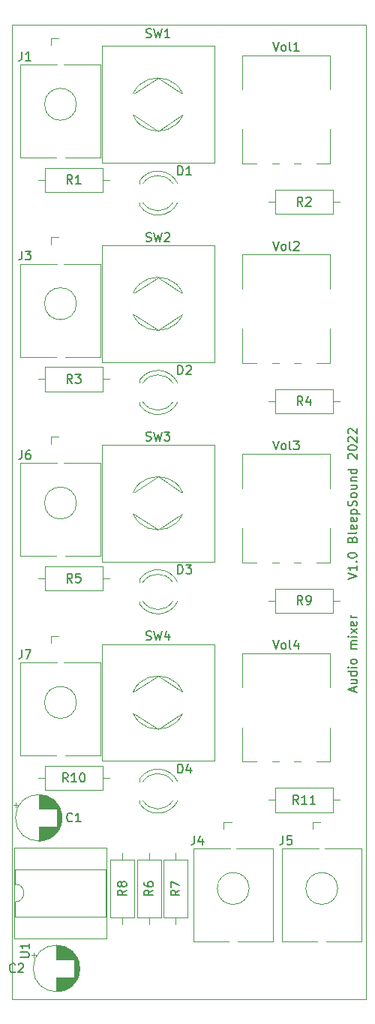
<source format=gto>
G04 #@! TF.GenerationSoftware,KiCad,Pcbnew,(6.0.1)*
G04 #@! TF.CreationDate,2022-09-12T17:39:58+02:00*
G04 #@! TF.ProjectId,Basic-DC-mixer,42617369-632d-4444-932d-6d697865722e,rev?*
G04 #@! TF.SameCoordinates,Original*
G04 #@! TF.FileFunction,Legend,Top*
G04 #@! TF.FilePolarity,Positive*
%FSLAX46Y46*%
G04 Gerber Fmt 4.6, Leading zero omitted, Abs format (unit mm)*
G04 Created by KiCad (PCBNEW (6.0.1)) date 2022-09-12 17:39:58*
%MOMM*%
%LPD*%
G01*
G04 APERTURE LIST*
G04 #@! TA.AperFunction,Profile*
%ADD10C,0.050000*%
G04 #@! TD*
%ADD11C,0.150000*%
%ADD12C,0.120000*%
%ADD13C,4.000000*%
%ADD14C,1.800000*%
%ADD15R,1.600000X1.600000*%
%ADD16C,1.600000*%
%ADD17O,3.700000X2.400000*%
%ADD18O,1.600000X1.600000*%
%ADD19R,1.800000X1.800000*%
%ADD20R,1.930000X1.830000*%
%ADD21C,2.130000*%
%ADD22R,1.700000X1.700000*%
%ADD23O,1.700000X1.700000*%
G04 APERTURE END LIST*
D10*
X69999999Y-31000000D02*
X70000000Y-141000000D01*
X30000000Y-31000000D02*
X30000000Y-141000000D01*
X30000000Y-31000000D02*
X69999999Y-31000000D01*
X30000000Y-141000000D02*
X70000000Y-141000000D01*
D11*
X68666666Y-106261904D02*
X68666666Y-105785714D01*
X68952380Y-106357142D02*
X67952380Y-106023809D01*
X68952380Y-105690476D01*
X68285714Y-104928571D02*
X68952380Y-104928571D01*
X68285714Y-105357142D02*
X68809523Y-105357142D01*
X68904761Y-105309523D01*
X68952380Y-105214285D01*
X68952380Y-105071428D01*
X68904761Y-104976190D01*
X68857142Y-104928571D01*
X68952380Y-104023809D02*
X67952380Y-104023809D01*
X68904761Y-104023809D02*
X68952380Y-104119047D01*
X68952380Y-104309523D01*
X68904761Y-104404761D01*
X68857142Y-104452380D01*
X68761904Y-104500000D01*
X68476190Y-104500000D01*
X68380952Y-104452380D01*
X68333333Y-104404761D01*
X68285714Y-104309523D01*
X68285714Y-104119047D01*
X68333333Y-104023809D01*
X68952380Y-103547619D02*
X68285714Y-103547619D01*
X67952380Y-103547619D02*
X68000000Y-103595238D01*
X68047619Y-103547619D01*
X68000000Y-103500000D01*
X67952380Y-103547619D01*
X68047619Y-103547619D01*
X68952380Y-102928571D02*
X68904761Y-103023809D01*
X68857142Y-103071428D01*
X68761904Y-103119047D01*
X68476190Y-103119047D01*
X68380952Y-103071428D01*
X68333333Y-103023809D01*
X68285714Y-102928571D01*
X68285714Y-102785714D01*
X68333333Y-102690476D01*
X68380952Y-102642857D01*
X68476190Y-102595238D01*
X68761904Y-102595238D01*
X68857142Y-102642857D01*
X68904761Y-102690476D01*
X68952380Y-102785714D01*
X68952380Y-102928571D01*
X68952380Y-101404761D02*
X68285714Y-101404761D01*
X68380952Y-101404761D02*
X68333333Y-101357142D01*
X68285714Y-101261904D01*
X68285714Y-101119047D01*
X68333333Y-101023809D01*
X68428571Y-100976190D01*
X68952380Y-100976190D01*
X68428571Y-100976190D02*
X68333333Y-100928571D01*
X68285714Y-100833333D01*
X68285714Y-100690476D01*
X68333333Y-100595238D01*
X68428571Y-100547619D01*
X68952380Y-100547619D01*
X68952380Y-100071428D02*
X68285714Y-100071428D01*
X67952380Y-100071428D02*
X68000000Y-100119047D01*
X68047619Y-100071428D01*
X68000000Y-100023809D01*
X67952380Y-100071428D01*
X68047619Y-100071428D01*
X68952380Y-99690476D02*
X68285714Y-99166666D01*
X68285714Y-99690476D02*
X68952380Y-99166666D01*
X68904761Y-98404761D02*
X68952380Y-98500000D01*
X68952380Y-98690476D01*
X68904761Y-98785714D01*
X68809523Y-98833333D01*
X68428571Y-98833333D01*
X68333333Y-98785714D01*
X68285714Y-98690476D01*
X68285714Y-98500000D01*
X68333333Y-98404761D01*
X68428571Y-98357142D01*
X68523809Y-98357142D01*
X68619047Y-98833333D01*
X68952380Y-97928571D02*
X68285714Y-97928571D01*
X68476190Y-97928571D02*
X68380952Y-97880952D01*
X68333333Y-97833333D01*
X68285714Y-97738095D01*
X68285714Y-97642857D01*
X67952380Y-93547619D02*
X68952380Y-93214285D01*
X67952380Y-92880952D01*
X68952380Y-92023809D02*
X68952380Y-92595238D01*
X68952380Y-92309523D02*
X67952380Y-92309523D01*
X68095238Y-92404761D01*
X68190476Y-92500000D01*
X68238095Y-92595238D01*
X68857142Y-91595238D02*
X68904761Y-91547619D01*
X68952380Y-91595238D01*
X68904761Y-91642857D01*
X68857142Y-91595238D01*
X68952380Y-91595238D01*
X67952380Y-90928571D02*
X67952380Y-90833333D01*
X68000000Y-90738095D01*
X68047619Y-90690476D01*
X68142857Y-90642857D01*
X68333333Y-90595238D01*
X68571428Y-90595238D01*
X68761904Y-90642857D01*
X68857142Y-90690476D01*
X68904761Y-90738095D01*
X68952380Y-90833333D01*
X68952380Y-90928571D01*
X68904761Y-91023809D01*
X68857142Y-91071428D01*
X68761904Y-91119047D01*
X68571428Y-91166666D01*
X68333333Y-91166666D01*
X68142857Y-91119047D01*
X68047619Y-91071428D01*
X68000000Y-91023809D01*
X67952380Y-90928571D01*
X68428571Y-89071428D02*
X68476190Y-88928571D01*
X68523809Y-88880952D01*
X68619047Y-88833333D01*
X68761904Y-88833333D01*
X68857142Y-88880952D01*
X68904761Y-88928571D01*
X68952380Y-89023809D01*
X68952380Y-89404761D01*
X67952380Y-89404761D01*
X67952380Y-89071428D01*
X68000000Y-88976190D01*
X68047619Y-88928571D01*
X68142857Y-88880952D01*
X68238095Y-88880952D01*
X68333333Y-88928571D01*
X68380952Y-88976190D01*
X68428571Y-89071428D01*
X68428571Y-89404761D01*
X68952380Y-88261904D02*
X68904761Y-88357142D01*
X68809523Y-88404761D01*
X67952380Y-88404761D01*
X68904761Y-87500000D02*
X68952380Y-87595238D01*
X68952380Y-87785714D01*
X68904761Y-87880952D01*
X68809523Y-87928571D01*
X68428571Y-87928571D01*
X68333333Y-87880952D01*
X68285714Y-87785714D01*
X68285714Y-87595238D01*
X68333333Y-87500000D01*
X68428571Y-87452380D01*
X68523809Y-87452380D01*
X68619047Y-87928571D01*
X68904761Y-86642857D02*
X68952380Y-86738095D01*
X68952380Y-86928571D01*
X68904761Y-87023809D01*
X68809523Y-87071428D01*
X68428571Y-87071428D01*
X68333333Y-87023809D01*
X68285714Y-86928571D01*
X68285714Y-86738095D01*
X68333333Y-86642857D01*
X68428571Y-86595238D01*
X68523809Y-86595238D01*
X68619047Y-87071428D01*
X68285714Y-86166666D02*
X69285714Y-86166666D01*
X68333333Y-86166666D02*
X68285714Y-86071428D01*
X68285714Y-85880952D01*
X68333333Y-85785714D01*
X68380952Y-85738095D01*
X68476190Y-85690476D01*
X68761904Y-85690476D01*
X68857142Y-85738095D01*
X68904761Y-85785714D01*
X68952380Y-85880952D01*
X68952380Y-86071428D01*
X68904761Y-86166666D01*
X68904761Y-85309523D02*
X68952380Y-85166666D01*
X68952380Y-84928571D01*
X68904761Y-84833333D01*
X68857142Y-84785714D01*
X68761904Y-84738095D01*
X68666666Y-84738095D01*
X68571428Y-84785714D01*
X68523809Y-84833333D01*
X68476190Y-84928571D01*
X68428571Y-85119047D01*
X68380952Y-85214285D01*
X68333333Y-85261904D01*
X68238095Y-85309523D01*
X68142857Y-85309523D01*
X68047619Y-85261904D01*
X68000000Y-85214285D01*
X67952380Y-85119047D01*
X67952380Y-84880952D01*
X68000000Y-84738095D01*
X68952380Y-84166666D02*
X68904761Y-84261904D01*
X68857142Y-84309523D01*
X68761904Y-84357142D01*
X68476190Y-84357142D01*
X68380952Y-84309523D01*
X68333333Y-84261904D01*
X68285714Y-84166666D01*
X68285714Y-84023809D01*
X68333333Y-83928571D01*
X68380952Y-83880952D01*
X68476190Y-83833333D01*
X68761904Y-83833333D01*
X68857142Y-83880952D01*
X68904761Y-83928571D01*
X68952380Y-84023809D01*
X68952380Y-84166666D01*
X68285714Y-82976190D02*
X68952380Y-82976190D01*
X68285714Y-83404761D02*
X68809523Y-83404761D01*
X68904761Y-83357142D01*
X68952380Y-83261904D01*
X68952380Y-83119047D01*
X68904761Y-83023809D01*
X68857142Y-82976190D01*
X68285714Y-82500000D02*
X68952380Y-82500000D01*
X68380952Y-82500000D02*
X68333333Y-82452380D01*
X68285714Y-82357142D01*
X68285714Y-82214285D01*
X68333333Y-82119047D01*
X68428571Y-82071428D01*
X68952380Y-82071428D01*
X68952380Y-81166666D02*
X67952380Y-81166666D01*
X68904761Y-81166666D02*
X68952380Y-81261904D01*
X68952380Y-81452380D01*
X68904761Y-81547619D01*
X68857142Y-81595238D01*
X68761904Y-81642857D01*
X68476190Y-81642857D01*
X68380952Y-81595238D01*
X68333333Y-81547619D01*
X68285714Y-81452380D01*
X68285714Y-81261904D01*
X68333333Y-81166666D01*
X68047619Y-79976190D02*
X68000000Y-79928571D01*
X67952380Y-79833333D01*
X67952380Y-79595238D01*
X68000000Y-79500000D01*
X68047619Y-79452380D01*
X68142857Y-79404761D01*
X68238095Y-79404761D01*
X68380952Y-79452380D01*
X68952380Y-80023809D01*
X68952380Y-79404761D01*
X67952380Y-78785714D02*
X67952380Y-78690476D01*
X68000000Y-78595238D01*
X68047619Y-78547619D01*
X68142857Y-78500000D01*
X68333333Y-78452380D01*
X68571428Y-78452380D01*
X68761904Y-78500000D01*
X68857142Y-78547619D01*
X68904761Y-78595238D01*
X68952380Y-78690476D01*
X68952380Y-78785714D01*
X68904761Y-78880952D01*
X68857142Y-78928571D01*
X68761904Y-78976190D01*
X68571428Y-79023809D01*
X68333333Y-79023809D01*
X68142857Y-78976190D01*
X68047619Y-78928571D01*
X68000000Y-78880952D01*
X67952380Y-78785714D01*
X68047619Y-78071428D02*
X68000000Y-78023809D01*
X67952380Y-77928571D01*
X67952380Y-77690476D01*
X68000000Y-77595238D01*
X68047619Y-77547619D01*
X68142857Y-77500000D01*
X68238095Y-77500000D01*
X68380952Y-77547619D01*
X68952380Y-78119047D01*
X68952380Y-77500000D01*
X68047619Y-77119047D02*
X68000000Y-77071428D01*
X67952380Y-76976190D01*
X67952380Y-76738095D01*
X68000000Y-76642857D01*
X68047619Y-76595238D01*
X68142857Y-76547619D01*
X68238095Y-76547619D01*
X68380952Y-76595238D01*
X68952380Y-77166666D01*
X68952380Y-76547619D01*
X59476190Y-77952380D02*
X59809523Y-78952380D01*
X60142857Y-77952380D01*
X60619047Y-78952380D02*
X60523809Y-78904761D01*
X60476190Y-78857142D01*
X60428571Y-78761904D01*
X60428571Y-78476190D01*
X60476190Y-78380952D01*
X60523809Y-78333333D01*
X60619047Y-78285714D01*
X60761904Y-78285714D01*
X60857142Y-78333333D01*
X60904761Y-78380952D01*
X60952380Y-78476190D01*
X60952380Y-78761904D01*
X60904761Y-78857142D01*
X60857142Y-78904761D01*
X60761904Y-78952380D01*
X60619047Y-78952380D01*
X61523809Y-78952380D02*
X61428571Y-78904761D01*
X61380952Y-78809523D01*
X61380952Y-77952380D01*
X61809523Y-77952380D02*
X62428571Y-77952380D01*
X62095238Y-78333333D01*
X62238095Y-78333333D01*
X62333333Y-78380952D01*
X62380952Y-78428571D01*
X62428571Y-78523809D01*
X62428571Y-78761904D01*
X62380952Y-78857142D01*
X62333333Y-78904761D01*
X62238095Y-78952380D01*
X61952380Y-78952380D01*
X61857142Y-78904761D01*
X61809523Y-78857142D01*
X59476190Y-100452380D02*
X59809523Y-101452380D01*
X60142857Y-100452380D01*
X60619047Y-101452380D02*
X60523809Y-101404761D01*
X60476190Y-101357142D01*
X60428571Y-101261904D01*
X60428571Y-100976190D01*
X60476190Y-100880952D01*
X60523809Y-100833333D01*
X60619047Y-100785714D01*
X60761904Y-100785714D01*
X60857142Y-100833333D01*
X60904761Y-100880952D01*
X60952380Y-100976190D01*
X60952380Y-101261904D01*
X60904761Y-101357142D01*
X60857142Y-101404761D01*
X60761904Y-101452380D01*
X60619047Y-101452380D01*
X61523809Y-101452380D02*
X61428571Y-101404761D01*
X61380952Y-101309523D01*
X61380952Y-100452380D01*
X62333333Y-100785714D02*
X62333333Y-101452380D01*
X62095238Y-100404761D02*
X61857142Y-101119047D01*
X62476190Y-101119047D01*
X36833333Y-120857142D02*
X36785714Y-120904761D01*
X36642857Y-120952380D01*
X36547619Y-120952380D01*
X36404761Y-120904761D01*
X36309523Y-120809523D01*
X36261904Y-120714285D01*
X36214285Y-120523809D01*
X36214285Y-120380952D01*
X36261904Y-120190476D01*
X36309523Y-120095238D01*
X36404761Y-120000000D01*
X36547619Y-119952380D01*
X36642857Y-119952380D01*
X36785714Y-120000000D01*
X36833333Y-120047619D01*
X37785714Y-120952380D02*
X37214285Y-120952380D01*
X37500000Y-120952380D02*
X37500000Y-119952380D01*
X37404761Y-120095238D01*
X37309523Y-120190476D01*
X37214285Y-120238095D01*
X45166666Y-100404761D02*
X45309523Y-100452380D01*
X45547619Y-100452380D01*
X45642857Y-100404761D01*
X45690476Y-100357142D01*
X45738095Y-100261904D01*
X45738095Y-100166666D01*
X45690476Y-100071428D01*
X45642857Y-100023809D01*
X45547619Y-99976190D01*
X45357142Y-99928571D01*
X45261904Y-99880952D01*
X45214285Y-99833333D01*
X45166666Y-99738095D01*
X45166666Y-99642857D01*
X45214285Y-99547619D01*
X45261904Y-99500000D01*
X45357142Y-99452380D01*
X45595238Y-99452380D01*
X45738095Y-99500000D01*
X46071428Y-99452380D02*
X46309523Y-100452380D01*
X46500000Y-99738095D01*
X46690476Y-100452380D01*
X46928571Y-99452380D01*
X47738095Y-99785714D02*
X47738095Y-100452380D01*
X47500000Y-99404761D02*
X47261904Y-100119047D01*
X47880952Y-100119047D01*
X42952380Y-128666666D02*
X42476190Y-129000000D01*
X42952380Y-129238095D02*
X41952380Y-129238095D01*
X41952380Y-128857142D01*
X42000000Y-128761904D01*
X42047619Y-128714285D01*
X42142857Y-128666666D01*
X42285714Y-128666666D01*
X42380952Y-128714285D01*
X42428571Y-128761904D01*
X42476190Y-128857142D01*
X42476190Y-129238095D01*
X42380952Y-128095238D02*
X42333333Y-128190476D01*
X42285714Y-128238095D01*
X42190476Y-128285714D01*
X42142857Y-128285714D01*
X42047619Y-128238095D01*
X42000000Y-128190476D01*
X41952380Y-128095238D01*
X41952380Y-127904761D01*
X42000000Y-127809523D01*
X42047619Y-127761904D01*
X42142857Y-127714285D01*
X42190476Y-127714285D01*
X42285714Y-127761904D01*
X42333333Y-127809523D01*
X42380952Y-127904761D01*
X42380952Y-128095238D01*
X42428571Y-128190476D01*
X42476190Y-128238095D01*
X42571428Y-128285714D01*
X42761904Y-128285714D01*
X42857142Y-128238095D01*
X42904761Y-128190476D01*
X42952380Y-128095238D01*
X42952380Y-127904761D01*
X42904761Y-127809523D01*
X42857142Y-127761904D01*
X42761904Y-127714285D01*
X42571428Y-127714285D01*
X42476190Y-127761904D01*
X42428571Y-127809523D01*
X42380952Y-127904761D01*
X48761904Y-70452380D02*
X48761904Y-69452380D01*
X49000000Y-69452380D01*
X49142857Y-69500000D01*
X49238095Y-69595238D01*
X49285714Y-69690476D01*
X49333333Y-69880952D01*
X49333333Y-70023809D01*
X49285714Y-70214285D01*
X49238095Y-70309523D01*
X49142857Y-70404761D01*
X49000000Y-70452380D01*
X48761904Y-70452380D01*
X49714285Y-69547619D02*
X49761904Y-69500000D01*
X49857142Y-69452380D01*
X50095238Y-69452380D01*
X50190476Y-69500000D01*
X50238095Y-69547619D01*
X50285714Y-69642857D01*
X50285714Y-69738095D01*
X50238095Y-69880952D01*
X49666666Y-70452380D01*
X50285714Y-70452380D01*
X62357142Y-118952380D02*
X62023809Y-118476190D01*
X61785714Y-118952380D02*
X61785714Y-117952380D01*
X62166666Y-117952380D01*
X62261904Y-118000000D01*
X62309523Y-118047619D01*
X62357142Y-118142857D01*
X62357142Y-118285714D01*
X62309523Y-118380952D01*
X62261904Y-118428571D01*
X62166666Y-118476190D01*
X61785714Y-118476190D01*
X63309523Y-118952380D02*
X62738095Y-118952380D01*
X63023809Y-118952380D02*
X63023809Y-117952380D01*
X62928571Y-118095238D01*
X62833333Y-118190476D01*
X62738095Y-118238095D01*
X64261904Y-118952380D02*
X63690476Y-118952380D01*
X63976190Y-118952380D02*
X63976190Y-117952380D01*
X63880952Y-118095238D01*
X63785714Y-118190476D01*
X63690476Y-118238095D01*
X62833333Y-96452380D02*
X62500000Y-95976190D01*
X62261904Y-96452380D02*
X62261904Y-95452380D01*
X62642857Y-95452380D01*
X62738095Y-95500000D01*
X62785714Y-95547619D01*
X62833333Y-95642857D01*
X62833333Y-95785714D01*
X62785714Y-95880952D01*
X62738095Y-95928571D01*
X62642857Y-95976190D01*
X62261904Y-95976190D01*
X63309523Y-96452380D02*
X63500000Y-96452380D01*
X63595238Y-96404761D01*
X63642857Y-96357142D01*
X63738095Y-96214285D01*
X63785714Y-96023809D01*
X63785714Y-95642857D01*
X63738095Y-95547619D01*
X63690476Y-95500000D01*
X63595238Y-95452380D01*
X63404761Y-95452380D01*
X63309523Y-95500000D01*
X63261904Y-95547619D01*
X63214285Y-95642857D01*
X63214285Y-95880952D01*
X63261904Y-95976190D01*
X63309523Y-96023809D01*
X63404761Y-96071428D01*
X63595238Y-96071428D01*
X63690476Y-96023809D01*
X63738095Y-95976190D01*
X63785714Y-95880952D01*
X59476190Y-55452380D02*
X59809523Y-56452380D01*
X60142857Y-55452380D01*
X60619047Y-56452380D02*
X60523809Y-56404761D01*
X60476190Y-56357142D01*
X60428571Y-56261904D01*
X60428571Y-55976190D01*
X60476190Y-55880952D01*
X60523809Y-55833333D01*
X60619047Y-55785714D01*
X60761904Y-55785714D01*
X60857142Y-55833333D01*
X60904761Y-55880952D01*
X60952380Y-55976190D01*
X60952380Y-56261904D01*
X60904761Y-56357142D01*
X60857142Y-56404761D01*
X60761904Y-56452380D01*
X60619047Y-56452380D01*
X61523809Y-56452380D02*
X61428571Y-56404761D01*
X61380952Y-56309523D01*
X61380952Y-55452380D01*
X61857142Y-55547619D02*
X61904761Y-55500000D01*
X62000000Y-55452380D01*
X62238095Y-55452380D01*
X62333333Y-55500000D01*
X62380952Y-55547619D01*
X62428571Y-55642857D01*
X62428571Y-55738095D01*
X62380952Y-55880952D01*
X61809523Y-56452380D01*
X62428571Y-56452380D01*
X36833333Y-48952380D02*
X36500000Y-48476190D01*
X36261904Y-48952380D02*
X36261904Y-47952380D01*
X36642857Y-47952380D01*
X36738095Y-48000000D01*
X36785714Y-48047619D01*
X36833333Y-48142857D01*
X36833333Y-48285714D01*
X36785714Y-48380952D01*
X36738095Y-48428571D01*
X36642857Y-48476190D01*
X36261904Y-48476190D01*
X37785714Y-48952380D02*
X37214285Y-48952380D01*
X37500000Y-48952380D02*
X37500000Y-47952380D01*
X37404761Y-48095238D01*
X37309523Y-48190476D01*
X37214285Y-48238095D01*
X36357142Y-116452380D02*
X36023809Y-115976190D01*
X35785714Y-116452380D02*
X35785714Y-115452380D01*
X36166666Y-115452380D01*
X36261904Y-115500000D01*
X36309523Y-115547619D01*
X36357142Y-115642857D01*
X36357142Y-115785714D01*
X36309523Y-115880952D01*
X36261904Y-115928571D01*
X36166666Y-115976190D01*
X35785714Y-115976190D01*
X37309523Y-116452380D02*
X36738095Y-116452380D01*
X37023809Y-116452380D02*
X37023809Y-115452380D01*
X36928571Y-115595238D01*
X36833333Y-115690476D01*
X36738095Y-115738095D01*
X37928571Y-115452380D02*
X38023809Y-115452380D01*
X38119047Y-115500000D01*
X38166666Y-115547619D01*
X38214285Y-115642857D01*
X38261904Y-115833333D01*
X38261904Y-116071428D01*
X38214285Y-116261904D01*
X38166666Y-116357142D01*
X38119047Y-116404761D01*
X38023809Y-116452380D01*
X37928571Y-116452380D01*
X37833333Y-116404761D01*
X37785714Y-116357142D01*
X37738095Y-116261904D01*
X37690476Y-116071428D01*
X37690476Y-115833333D01*
X37738095Y-115642857D01*
X37785714Y-115547619D01*
X37833333Y-115500000D01*
X37928571Y-115452380D01*
X48761904Y-92952380D02*
X48761904Y-91952380D01*
X49000000Y-91952380D01*
X49142857Y-92000000D01*
X49238095Y-92095238D01*
X49285714Y-92190476D01*
X49333333Y-92380952D01*
X49333333Y-92523809D01*
X49285714Y-92714285D01*
X49238095Y-92809523D01*
X49142857Y-92904761D01*
X49000000Y-92952380D01*
X48761904Y-92952380D01*
X49666666Y-91952380D02*
X50285714Y-91952380D01*
X49952380Y-92333333D01*
X50095238Y-92333333D01*
X50190476Y-92380952D01*
X50238095Y-92428571D01*
X50285714Y-92523809D01*
X50285714Y-92761904D01*
X50238095Y-92857142D01*
X50190476Y-92904761D01*
X50095238Y-92952380D01*
X49809523Y-92952380D01*
X49714285Y-92904761D01*
X49666666Y-92857142D01*
X50636666Y-122532380D02*
X50636666Y-123246666D01*
X50589047Y-123389523D01*
X50493809Y-123484761D01*
X50350952Y-123532380D01*
X50255714Y-123532380D01*
X51541428Y-122865714D02*
X51541428Y-123532380D01*
X51303333Y-122484761D02*
X51065238Y-123199047D01*
X51684285Y-123199047D01*
X36833333Y-71452380D02*
X36500000Y-70976190D01*
X36261904Y-71452380D02*
X36261904Y-70452380D01*
X36642857Y-70452380D01*
X36738095Y-70500000D01*
X36785714Y-70547619D01*
X36833333Y-70642857D01*
X36833333Y-70785714D01*
X36785714Y-70880952D01*
X36738095Y-70928571D01*
X36642857Y-70976190D01*
X36261904Y-70976190D01*
X37166666Y-70452380D02*
X37785714Y-70452380D01*
X37452380Y-70833333D01*
X37595238Y-70833333D01*
X37690476Y-70880952D01*
X37738095Y-70928571D01*
X37785714Y-71023809D01*
X37785714Y-71261904D01*
X37738095Y-71357142D01*
X37690476Y-71404761D01*
X37595238Y-71452380D01*
X37309523Y-71452380D01*
X37214285Y-71404761D01*
X37166666Y-71357142D01*
X31136666Y-101532380D02*
X31136666Y-102246666D01*
X31089047Y-102389523D01*
X30993809Y-102484761D01*
X30850952Y-102532380D01*
X30755714Y-102532380D01*
X31517619Y-101532380D02*
X32184285Y-101532380D01*
X31755714Y-102532380D01*
X48952380Y-128666666D02*
X48476190Y-129000000D01*
X48952380Y-129238095D02*
X47952380Y-129238095D01*
X47952380Y-128857142D01*
X48000000Y-128761904D01*
X48047619Y-128714285D01*
X48142857Y-128666666D01*
X48285714Y-128666666D01*
X48380952Y-128714285D01*
X48428571Y-128761904D01*
X48476190Y-128857142D01*
X48476190Y-129238095D01*
X47952380Y-128333333D02*
X47952380Y-127666666D01*
X48952380Y-128095238D01*
X45166666Y-32404761D02*
X45309523Y-32452380D01*
X45547619Y-32452380D01*
X45642857Y-32404761D01*
X45690476Y-32357142D01*
X45738095Y-32261904D01*
X45738095Y-32166666D01*
X45690476Y-32071428D01*
X45642857Y-32023809D01*
X45547619Y-31976190D01*
X45357142Y-31928571D01*
X45261904Y-31880952D01*
X45214285Y-31833333D01*
X45166666Y-31738095D01*
X45166666Y-31642857D01*
X45214285Y-31547619D01*
X45261904Y-31500000D01*
X45357142Y-31452380D01*
X45595238Y-31452380D01*
X45738095Y-31500000D01*
X46071428Y-31452380D02*
X46309523Y-32452380D01*
X46500000Y-31738095D01*
X46690476Y-32452380D01*
X46928571Y-31452380D01*
X47833333Y-32452380D02*
X47261904Y-32452380D01*
X47547619Y-32452380D02*
X47547619Y-31452380D01*
X47452380Y-31595238D01*
X47357142Y-31690476D01*
X47261904Y-31738095D01*
X59476190Y-32952380D02*
X59809523Y-33952380D01*
X60142857Y-32952380D01*
X60619047Y-33952380D02*
X60523809Y-33904761D01*
X60476190Y-33857142D01*
X60428571Y-33761904D01*
X60428571Y-33476190D01*
X60476190Y-33380952D01*
X60523809Y-33333333D01*
X60619047Y-33285714D01*
X60761904Y-33285714D01*
X60857142Y-33333333D01*
X60904761Y-33380952D01*
X60952380Y-33476190D01*
X60952380Y-33761904D01*
X60904761Y-33857142D01*
X60857142Y-33904761D01*
X60761904Y-33952380D01*
X60619047Y-33952380D01*
X61523809Y-33952380D02*
X61428571Y-33904761D01*
X61380952Y-33809523D01*
X61380952Y-32952380D01*
X62428571Y-33952380D02*
X61857142Y-33952380D01*
X62142857Y-33952380D02*
X62142857Y-32952380D01*
X62047619Y-33095238D01*
X61952380Y-33190476D01*
X61857142Y-33238095D01*
X36833333Y-93952380D02*
X36500000Y-93476190D01*
X36261904Y-93952380D02*
X36261904Y-92952380D01*
X36642857Y-92952380D01*
X36738095Y-93000000D01*
X36785714Y-93047619D01*
X36833333Y-93142857D01*
X36833333Y-93285714D01*
X36785714Y-93380952D01*
X36738095Y-93428571D01*
X36642857Y-93476190D01*
X36261904Y-93476190D01*
X37738095Y-92952380D02*
X37261904Y-92952380D01*
X37214285Y-93428571D01*
X37261904Y-93380952D01*
X37357142Y-93333333D01*
X37595238Y-93333333D01*
X37690476Y-93380952D01*
X37738095Y-93428571D01*
X37785714Y-93523809D01*
X37785714Y-93761904D01*
X37738095Y-93857142D01*
X37690476Y-93904761D01*
X37595238Y-93952380D01*
X37357142Y-93952380D01*
X37261904Y-93904761D01*
X37214285Y-93857142D01*
X48761904Y-115452380D02*
X48761904Y-114452380D01*
X49000000Y-114452380D01*
X49142857Y-114500000D01*
X49238095Y-114595238D01*
X49285714Y-114690476D01*
X49333333Y-114880952D01*
X49333333Y-115023809D01*
X49285714Y-115214285D01*
X49238095Y-115309523D01*
X49142857Y-115404761D01*
X49000000Y-115452380D01*
X48761904Y-115452380D01*
X50190476Y-114785714D02*
X50190476Y-115452380D01*
X49952380Y-114404761D02*
X49714285Y-115119047D01*
X50333333Y-115119047D01*
X62833333Y-73952380D02*
X62500000Y-73476190D01*
X62261904Y-73952380D02*
X62261904Y-72952380D01*
X62642857Y-72952380D01*
X62738095Y-73000000D01*
X62785714Y-73047619D01*
X62833333Y-73142857D01*
X62833333Y-73285714D01*
X62785714Y-73380952D01*
X62738095Y-73428571D01*
X62642857Y-73476190D01*
X62261904Y-73476190D01*
X63690476Y-73285714D02*
X63690476Y-73952380D01*
X63452380Y-72904761D02*
X63214285Y-73619047D01*
X63833333Y-73619047D01*
X62833333Y-51452380D02*
X62500000Y-50976190D01*
X62261904Y-51452380D02*
X62261904Y-50452380D01*
X62642857Y-50452380D01*
X62738095Y-50500000D01*
X62785714Y-50547619D01*
X62833333Y-50642857D01*
X62833333Y-50785714D01*
X62785714Y-50880952D01*
X62738095Y-50928571D01*
X62642857Y-50976190D01*
X62261904Y-50976190D01*
X63214285Y-50547619D02*
X63261904Y-50500000D01*
X63357142Y-50452380D01*
X63595238Y-50452380D01*
X63690476Y-50500000D01*
X63738095Y-50547619D01*
X63785714Y-50642857D01*
X63785714Y-50738095D01*
X63738095Y-50880952D01*
X63166666Y-51452380D01*
X63785714Y-51452380D01*
X31136666Y-56532380D02*
X31136666Y-57246666D01*
X31089047Y-57389523D01*
X30993809Y-57484761D01*
X30850952Y-57532380D01*
X30755714Y-57532380D01*
X31517619Y-56532380D02*
X32136666Y-56532380D01*
X31803333Y-56913333D01*
X31946190Y-56913333D01*
X32041428Y-56960952D01*
X32089047Y-57008571D01*
X32136666Y-57103809D01*
X32136666Y-57341904D01*
X32089047Y-57437142D01*
X32041428Y-57484761D01*
X31946190Y-57532380D01*
X31660476Y-57532380D01*
X31565238Y-57484761D01*
X31517619Y-57437142D01*
X45166666Y-77904761D02*
X45309523Y-77952380D01*
X45547619Y-77952380D01*
X45642857Y-77904761D01*
X45690476Y-77857142D01*
X45738095Y-77761904D01*
X45738095Y-77666666D01*
X45690476Y-77571428D01*
X45642857Y-77523809D01*
X45547619Y-77476190D01*
X45357142Y-77428571D01*
X45261904Y-77380952D01*
X45214285Y-77333333D01*
X45166666Y-77238095D01*
X45166666Y-77142857D01*
X45214285Y-77047619D01*
X45261904Y-77000000D01*
X45357142Y-76952380D01*
X45595238Y-76952380D01*
X45738095Y-77000000D01*
X46071428Y-76952380D02*
X46309523Y-77952380D01*
X46500000Y-77238095D01*
X46690476Y-77952380D01*
X46928571Y-76952380D01*
X47214285Y-76952380D02*
X47833333Y-76952380D01*
X47500000Y-77333333D01*
X47642857Y-77333333D01*
X47738095Y-77380952D01*
X47785714Y-77428571D01*
X47833333Y-77523809D01*
X47833333Y-77761904D01*
X47785714Y-77857142D01*
X47738095Y-77904761D01*
X47642857Y-77952380D01*
X47357142Y-77952380D01*
X47261904Y-77904761D01*
X47214285Y-77857142D01*
X45166666Y-55404761D02*
X45309523Y-55452380D01*
X45547619Y-55452380D01*
X45642857Y-55404761D01*
X45690476Y-55357142D01*
X45738095Y-55261904D01*
X45738095Y-55166666D01*
X45690476Y-55071428D01*
X45642857Y-55023809D01*
X45547619Y-54976190D01*
X45357142Y-54928571D01*
X45261904Y-54880952D01*
X45214285Y-54833333D01*
X45166666Y-54738095D01*
X45166666Y-54642857D01*
X45214285Y-54547619D01*
X45261904Y-54500000D01*
X45357142Y-54452380D01*
X45595238Y-54452380D01*
X45738095Y-54500000D01*
X46071428Y-54452380D02*
X46309523Y-55452380D01*
X46500000Y-54738095D01*
X46690476Y-55452380D01*
X46928571Y-54452380D01*
X47261904Y-54547619D02*
X47309523Y-54500000D01*
X47404761Y-54452380D01*
X47642857Y-54452380D01*
X47738095Y-54500000D01*
X47785714Y-54547619D01*
X47833333Y-54642857D01*
X47833333Y-54738095D01*
X47785714Y-54880952D01*
X47214285Y-55452380D01*
X47833333Y-55452380D01*
X31136666Y-34032380D02*
X31136666Y-34746666D01*
X31089047Y-34889523D01*
X30993809Y-34984761D01*
X30850952Y-35032380D01*
X30755714Y-35032380D01*
X32136666Y-35032380D02*
X31565238Y-35032380D01*
X31850952Y-35032380D02*
X31850952Y-34032380D01*
X31755714Y-34175238D01*
X31660476Y-34270476D01*
X31565238Y-34318095D01*
X45952380Y-128666666D02*
X45476190Y-129000000D01*
X45952380Y-129238095D02*
X44952380Y-129238095D01*
X44952380Y-128857142D01*
X45000000Y-128761904D01*
X45047619Y-128714285D01*
X45142857Y-128666666D01*
X45285714Y-128666666D01*
X45380952Y-128714285D01*
X45428571Y-128761904D01*
X45476190Y-128857142D01*
X45476190Y-129238095D01*
X44952380Y-127809523D02*
X44952380Y-128000000D01*
X45000000Y-128095238D01*
X45047619Y-128142857D01*
X45190476Y-128238095D01*
X45380952Y-128285714D01*
X45761904Y-128285714D01*
X45857142Y-128238095D01*
X45904761Y-128190476D01*
X45952380Y-128095238D01*
X45952380Y-127904761D01*
X45904761Y-127809523D01*
X45857142Y-127761904D01*
X45761904Y-127714285D01*
X45523809Y-127714285D01*
X45428571Y-127761904D01*
X45380952Y-127809523D01*
X45333333Y-127904761D01*
X45333333Y-128095238D01*
X45380952Y-128190476D01*
X45428571Y-128238095D01*
X45523809Y-128285714D01*
X48761904Y-47952380D02*
X48761904Y-46952380D01*
X49000000Y-46952380D01*
X49142857Y-47000000D01*
X49238095Y-47095238D01*
X49285714Y-47190476D01*
X49333333Y-47380952D01*
X49333333Y-47523809D01*
X49285714Y-47714285D01*
X49238095Y-47809523D01*
X49142857Y-47904761D01*
X49000000Y-47952380D01*
X48761904Y-47952380D01*
X50285714Y-47952380D02*
X49714285Y-47952380D01*
X50000000Y-47952380D02*
X50000000Y-46952380D01*
X49904761Y-47095238D01*
X49809523Y-47190476D01*
X49714285Y-47238095D01*
X30378221Y-137857142D02*
X30330602Y-137904761D01*
X30187745Y-137952380D01*
X30092507Y-137952380D01*
X29949649Y-137904761D01*
X29854411Y-137809523D01*
X29806792Y-137714285D01*
X29759173Y-137523809D01*
X29759173Y-137380952D01*
X29806792Y-137190476D01*
X29854411Y-137095238D01*
X29949649Y-137000000D01*
X30092507Y-136952380D01*
X30187745Y-136952380D01*
X30330602Y-137000000D01*
X30378221Y-137047619D01*
X30759173Y-137047619D02*
X30806792Y-137000000D01*
X30902030Y-136952380D01*
X31140126Y-136952380D01*
X31235364Y-137000000D01*
X31282983Y-137047619D01*
X31330602Y-137142857D01*
X31330602Y-137238095D01*
X31282983Y-137380952D01*
X30711554Y-137952380D01*
X31330602Y-137952380D01*
X31136666Y-79032380D02*
X31136666Y-79746666D01*
X31089047Y-79889523D01*
X30993809Y-79984761D01*
X30850952Y-80032380D01*
X30755714Y-80032380D01*
X32041428Y-79032380D02*
X31850952Y-79032380D01*
X31755714Y-79080000D01*
X31708095Y-79127619D01*
X31612857Y-79270476D01*
X31565238Y-79460952D01*
X31565238Y-79841904D01*
X31612857Y-79937142D01*
X31660476Y-79984761D01*
X31755714Y-80032380D01*
X31946190Y-80032380D01*
X32041428Y-79984761D01*
X32089047Y-79937142D01*
X32136666Y-79841904D01*
X32136666Y-79603809D01*
X32089047Y-79508571D01*
X32041428Y-79460952D01*
X31946190Y-79413333D01*
X31755714Y-79413333D01*
X31660476Y-79460952D01*
X31612857Y-79508571D01*
X31565238Y-79603809D01*
X30952380Y-136261904D02*
X31761904Y-136261904D01*
X31857142Y-136214285D01*
X31904761Y-136166666D01*
X31952380Y-136071428D01*
X31952380Y-135880952D01*
X31904761Y-135785714D01*
X31857142Y-135738095D01*
X31761904Y-135690476D01*
X30952380Y-135690476D01*
X31952380Y-134690476D02*
X31952380Y-135261904D01*
X31952380Y-134976190D02*
X30952380Y-134976190D01*
X31095238Y-135071428D01*
X31190476Y-135166666D01*
X31238095Y-135261904D01*
X60636666Y-122532380D02*
X60636666Y-123246666D01*
X60589047Y-123389523D01*
X60493809Y-123484761D01*
X60350952Y-123532380D01*
X60255714Y-123532380D01*
X61589047Y-122532380D02*
X61112857Y-122532380D01*
X61065238Y-123008571D01*
X61112857Y-122960952D01*
X61208095Y-122913333D01*
X61446190Y-122913333D01*
X61541428Y-122960952D01*
X61589047Y-123008571D01*
X61636666Y-123103809D01*
X61636666Y-123341904D01*
X61589047Y-123437142D01*
X61541428Y-123484761D01*
X61446190Y-123532380D01*
X61208095Y-123532380D01*
X61112857Y-123484761D01*
X61065238Y-123437142D01*
D12*
X61871000Y-91670000D02*
X62630000Y-91670000D01*
X56030000Y-79430000D02*
X65970000Y-79430000D01*
X56030000Y-83295000D02*
X56030000Y-79430000D01*
X56030000Y-91670000D02*
X56030000Y-87805000D01*
X65970000Y-91670000D02*
X65970000Y-87805000D01*
X56030000Y-91670000D02*
X57629000Y-91670000D01*
X65970000Y-83295000D02*
X65970000Y-79430000D01*
X64370000Y-91670000D02*
X65970000Y-91670000D01*
X59371000Y-91670000D02*
X60130000Y-91670000D01*
X61871000Y-114170000D02*
X62630000Y-114170000D01*
X64370000Y-114170000D02*
X65970000Y-114170000D01*
X65970000Y-105795000D02*
X65970000Y-101930000D01*
X56030000Y-105795000D02*
X56030000Y-101930000D01*
X56030000Y-114170000D02*
X57629000Y-114170000D01*
X65970000Y-114170000D02*
X65970000Y-110305000D01*
X56030000Y-101930000D02*
X65970000Y-101930000D01*
X56030000Y-114170000D02*
X56030000Y-110305000D01*
X59371000Y-114170000D02*
X60130000Y-114170000D01*
X33644888Y-117989000D02*
X33644888Y-119460000D01*
X33324888Y-117935000D02*
X33324888Y-119460000D01*
X34925888Y-121540000D02*
X34925888Y-122285000D01*
X34765888Y-121540000D02*
X34765888Y-122437000D01*
X35005888Y-121540000D02*
X35005888Y-122199000D01*
X34485888Y-121540000D02*
X34485888Y-122649000D01*
X33644888Y-121540000D02*
X33644888Y-123011000D01*
X33484888Y-121540000D02*
X33484888Y-123043000D01*
X33364888Y-121540000D02*
X33364888Y-123061000D01*
X33284888Y-117931000D02*
X33284888Y-119460000D01*
X35485888Y-119585000D02*
X35485888Y-121415000D01*
X34845888Y-118636000D02*
X34845888Y-119460000D01*
X33244888Y-121540000D02*
X33244888Y-123073000D01*
X33845888Y-121540000D02*
X33845888Y-122955000D01*
X35405888Y-119402000D02*
X35405888Y-121598000D01*
X34725888Y-121540000D02*
X34725888Y-122471000D01*
X35365888Y-119322000D02*
X35365888Y-121678000D01*
X34445888Y-121540000D02*
X34445888Y-122675000D01*
X33845888Y-118045000D02*
X33845888Y-119460000D01*
X33684888Y-117999000D02*
X33684888Y-119460000D01*
X34325888Y-121540000D02*
X34325888Y-122747000D01*
X33805888Y-121540000D02*
X33805888Y-122968000D01*
X33965888Y-121540000D02*
X33965888Y-122914000D01*
X34605888Y-118435000D02*
X34605888Y-119460000D01*
X34565888Y-118405000D02*
X34565888Y-119460000D01*
X33124888Y-117921000D02*
X33124888Y-119460000D01*
X33564888Y-117972000D02*
X33564888Y-119460000D01*
X35045888Y-121540000D02*
X35045888Y-122153000D01*
X35205888Y-119057000D02*
X35205888Y-121943000D01*
X33404888Y-121540000D02*
X33404888Y-123056000D01*
X33204888Y-121540000D02*
X33204888Y-123076000D01*
X33765888Y-121540000D02*
X33765888Y-122980000D01*
X33204888Y-117924000D02*
X33204888Y-119460000D01*
X35285888Y-119181000D02*
X35285888Y-121819000D01*
X33965888Y-118086000D02*
X33965888Y-119460000D01*
X34445888Y-118325000D02*
X34445888Y-119460000D01*
X34525888Y-118378000D02*
X34525888Y-119460000D01*
X33684888Y-121540000D02*
X33684888Y-123001000D01*
X33044888Y-121540000D02*
X33044888Y-123080000D01*
X34685888Y-118496000D02*
X34685888Y-119460000D01*
X34005888Y-118102000D02*
X34005888Y-119460000D01*
X34165888Y-118171000D02*
X34165888Y-119460000D01*
X33604888Y-121540000D02*
X33604888Y-123020000D01*
X33925888Y-121540000D02*
X33925888Y-122928000D01*
X33044888Y-117920000D02*
X33044888Y-119460000D01*
X34405888Y-118300000D02*
X34405888Y-119460000D01*
X34645888Y-118465000D02*
X34645888Y-119460000D01*
X34965888Y-121540000D02*
X34965888Y-122243000D01*
X33805888Y-118032000D02*
X33805888Y-119460000D01*
X33885888Y-118058000D02*
X33885888Y-119460000D01*
X34925888Y-118715000D02*
X34925888Y-119460000D01*
X35005888Y-118801000D02*
X35005888Y-119460000D01*
X35085888Y-118895000D02*
X35085888Y-122105000D01*
X34365888Y-118276000D02*
X34365888Y-119460000D01*
X33084888Y-121540000D02*
X33084888Y-123080000D01*
X35045888Y-118847000D02*
X35045888Y-119460000D01*
X34245888Y-121540000D02*
X34245888Y-122790000D01*
X34325888Y-118253000D02*
X34325888Y-119460000D01*
X34285888Y-121540000D02*
X34285888Y-122768000D01*
X35245888Y-119117000D02*
X35245888Y-121883000D01*
X33765888Y-118020000D02*
X33765888Y-119460000D01*
X34885888Y-121540000D02*
X34885888Y-122326000D01*
X34805888Y-118599000D02*
X34805888Y-119460000D01*
X35125888Y-118946000D02*
X35125888Y-122054000D01*
X34645888Y-121540000D02*
X34645888Y-122535000D01*
X35605888Y-119982000D02*
X35605888Y-121018000D01*
X34805888Y-121540000D02*
X34805888Y-122401000D01*
X34125888Y-121540000D02*
X34125888Y-122848000D01*
X34285888Y-118232000D02*
X34285888Y-119460000D01*
X33724888Y-121540000D02*
X33724888Y-122991000D01*
X33284888Y-121540000D02*
X33284888Y-123069000D01*
X33524888Y-121540000D02*
X33524888Y-123036000D01*
X33364888Y-117939000D02*
X33364888Y-119460000D01*
X33724888Y-118009000D02*
X33724888Y-119460000D01*
X33925888Y-118072000D02*
X33925888Y-119460000D01*
X35645888Y-120216000D02*
X35645888Y-120784000D01*
X33484888Y-117957000D02*
X33484888Y-119460000D01*
X35445888Y-119489000D02*
X35445888Y-121511000D01*
X34405888Y-121540000D02*
X34405888Y-122700000D01*
X35525888Y-119695000D02*
X35525888Y-121305000D01*
X33324888Y-121540000D02*
X33324888Y-123065000D01*
X34485888Y-118351000D02*
X34485888Y-119460000D01*
X35325888Y-119249000D02*
X35325888Y-121751000D01*
X34085888Y-121540000D02*
X34085888Y-122865000D01*
X34245888Y-118210000D02*
X34245888Y-119460000D01*
X34685888Y-121540000D02*
X34685888Y-122504000D01*
X34885888Y-118674000D02*
X34885888Y-119460000D01*
X34565888Y-121540000D02*
X34565888Y-122595000D01*
X34005888Y-121540000D02*
X34005888Y-122898000D01*
X33885888Y-121540000D02*
X33885888Y-122942000D01*
X33524888Y-117964000D02*
X33524888Y-119460000D01*
X34205888Y-118190000D02*
X34205888Y-119460000D01*
X34085888Y-118135000D02*
X34085888Y-119460000D01*
X34765888Y-118563000D02*
X34765888Y-119460000D01*
X34365888Y-121540000D02*
X34365888Y-122724000D01*
X34845888Y-121540000D02*
X34845888Y-122364000D01*
X33604888Y-117980000D02*
X33604888Y-119460000D01*
X34125888Y-118152000D02*
X34125888Y-119460000D01*
X34965888Y-118757000D02*
X34965888Y-119460000D01*
X33164888Y-121540000D02*
X33164888Y-123078000D01*
X34525888Y-121540000D02*
X34525888Y-122622000D01*
X33564888Y-121540000D02*
X33564888Y-123028000D01*
X34165888Y-121540000D02*
X34165888Y-122829000D01*
X33164888Y-117922000D02*
X33164888Y-119460000D01*
X33244888Y-117927000D02*
X33244888Y-119460000D01*
X33084888Y-117920000D02*
X33084888Y-119460000D01*
X33404888Y-117944000D02*
X33404888Y-119460000D01*
X33444888Y-117950000D02*
X33444888Y-119460000D01*
X34045888Y-118118000D02*
X34045888Y-119460000D01*
X34725888Y-118529000D02*
X34725888Y-119460000D01*
X30240113Y-119025000D02*
X30740113Y-119025000D01*
X30490113Y-118775000D02*
X30490113Y-119275000D01*
X33444888Y-121540000D02*
X33444888Y-123050000D01*
X34205888Y-121540000D02*
X34205888Y-122810000D01*
X33124888Y-121540000D02*
X33124888Y-123079000D01*
X34045888Y-121540000D02*
X34045888Y-122882000D01*
X35565888Y-119823000D02*
X35565888Y-121177000D01*
X34605888Y-121540000D02*
X34605888Y-122565000D01*
X35165888Y-119000000D02*
X35165888Y-122000000D01*
X35664888Y-120500000D02*
G75*
G03*
X35664888Y-120500000I-2620000J0D01*
G01*
X40150000Y-100900000D02*
X49850000Y-100900000D01*
X46500000Y-110500000D02*
X43750000Y-108700000D01*
X49250000Y-108700000D02*
X49250000Y-106300000D01*
X40150000Y-113900000D02*
X40150000Y-114100000D01*
X49850000Y-114100000D02*
X40150000Y-114100000D01*
X52850000Y-100900000D02*
X49850000Y-100900000D01*
X46500000Y-104500000D02*
X49250000Y-106300000D01*
X46500000Y-104500000D02*
X43750000Y-106300000D01*
X49250000Y-108700000D02*
X46500000Y-110500000D01*
X52850000Y-114100000D02*
X49850000Y-114100000D01*
X40150000Y-107500000D02*
X40150000Y-100900000D01*
X40150000Y-113500000D02*
X40150000Y-113900000D01*
X40150000Y-107500000D02*
X40150000Y-113500000D01*
X52850000Y-100900000D02*
X52850000Y-114100000D01*
X43750000Y-108700000D02*
X43750000Y-106300000D01*
X49500000Y-107500000D02*
G75*
G03*
X49500000Y-107500000I-3000000J0D01*
G01*
X41130000Y-125230000D02*
X41130000Y-131770000D01*
X42500000Y-132540000D02*
X42500000Y-131770000D01*
X43870000Y-131770000D02*
X43870000Y-125230000D01*
X43870000Y-125230000D02*
X41130000Y-125230000D01*
X41130000Y-131770000D02*
X43870000Y-131770000D01*
X42500000Y-124460000D02*
X42500000Y-125230000D01*
X44435000Y-71101000D02*
X44435000Y-71420000D01*
X44435000Y-73580000D02*
X44435000Y-73899000D01*
X44435000Y-73898749D02*
G75*
G03*
X48738242Y-73580724I2060000J1398748D01*
G01*
X48738242Y-71419276D02*
G75*
G03*
X44435000Y-71101251I-2243242J-1080723D01*
G01*
X44811670Y-73580000D02*
G75*
G03*
X48177713Y-73580961I1683330J1080000D01*
G01*
X48177713Y-71419039D02*
G75*
G03*
X44811670Y-71420000I-1682713J-1080961D01*
G01*
X58960000Y-118500000D02*
X59730000Y-118500000D01*
X59730000Y-119870000D02*
X66270000Y-119870000D01*
X67040000Y-118500000D02*
X66270000Y-118500000D01*
X66270000Y-119870000D02*
X66270000Y-117130000D01*
X66270000Y-117130000D02*
X59730000Y-117130000D01*
X59730000Y-117130000D02*
X59730000Y-119870000D01*
X67040000Y-96000000D02*
X66270000Y-96000000D01*
X66270000Y-97370000D02*
X66270000Y-94630000D01*
X66270000Y-94630000D02*
X59730000Y-94630000D01*
X59730000Y-97370000D02*
X66270000Y-97370000D01*
X58960000Y-96000000D02*
X59730000Y-96000000D01*
X59730000Y-94630000D02*
X59730000Y-97370000D01*
X56030000Y-60795000D02*
X56030000Y-56930000D01*
X56030000Y-69170000D02*
X57629000Y-69170000D01*
X59371000Y-69170000D02*
X60130000Y-69170000D01*
X56030000Y-56930000D02*
X65970000Y-56930000D01*
X61871000Y-69170000D02*
X62630000Y-69170000D01*
X65970000Y-69170000D02*
X65970000Y-65305000D01*
X64370000Y-69170000D02*
X65970000Y-69170000D01*
X65970000Y-60795000D02*
X65970000Y-56930000D01*
X56030000Y-69170000D02*
X56030000Y-65305000D01*
X40270000Y-49870000D02*
X40270000Y-47130000D01*
X33730000Y-49870000D02*
X40270000Y-49870000D01*
X40270000Y-47130000D02*
X33730000Y-47130000D01*
X32960000Y-48500000D02*
X33730000Y-48500000D01*
X33730000Y-47130000D02*
X33730000Y-49870000D01*
X41040000Y-48500000D02*
X40270000Y-48500000D01*
X33730000Y-117370000D02*
X40270000Y-117370000D01*
X33730000Y-114630000D02*
X33730000Y-117370000D01*
X41040000Y-116000000D02*
X40270000Y-116000000D01*
X40270000Y-117370000D02*
X40270000Y-114630000D01*
X40270000Y-114630000D02*
X33730000Y-114630000D01*
X32960000Y-116000000D02*
X33730000Y-116000000D01*
X44435000Y-93601000D02*
X44435000Y-93920000D01*
X44435000Y-96080000D02*
X44435000Y-96399000D01*
X48177713Y-93919039D02*
G75*
G03*
X44811670Y-93920000I-1682713J-1080961D01*
G01*
X44811670Y-96080000D02*
G75*
G03*
X48177713Y-96080961I1683330J1080000D01*
G01*
X48738242Y-93919276D02*
G75*
G03*
X44435000Y-93601251I-2243242J-1080723D01*
G01*
X44435000Y-96398749D02*
G75*
G03*
X48738242Y-96080724I2060000J1398748D01*
G01*
X50500000Y-123980000D02*
X50500000Y-134480000D01*
X59500000Y-134480000D02*
X55500000Y-134480000D01*
X59500000Y-123980000D02*
X59500000Y-134480000D01*
X54650000Y-123980000D02*
X50500000Y-123980000D01*
X59500000Y-123980000D02*
X55350000Y-123980000D01*
X53940000Y-121000000D02*
X54800000Y-121000000D01*
X54500000Y-134480000D02*
X50500000Y-134480000D01*
X53940000Y-121000000D02*
X53940000Y-121800000D01*
X56800000Y-128480000D02*
G75*
G03*
X56800000Y-128480000I-1800000J0D01*
G01*
X32960000Y-71000000D02*
X33730000Y-71000000D01*
X33730000Y-69630000D02*
X33730000Y-72370000D01*
X33730000Y-72370000D02*
X40270000Y-72370000D01*
X41040000Y-71000000D02*
X40270000Y-71000000D01*
X40270000Y-69630000D02*
X33730000Y-69630000D01*
X40270000Y-72370000D02*
X40270000Y-69630000D01*
X34440000Y-100000000D02*
X34440000Y-100800000D01*
X31000000Y-102980000D02*
X31000000Y-113480000D01*
X40000000Y-102980000D02*
X40000000Y-113480000D01*
X40000000Y-102980000D02*
X35850000Y-102980000D01*
X35150000Y-102980000D02*
X31000000Y-102980000D01*
X34440000Y-100000000D02*
X35300000Y-100000000D01*
X35000000Y-113480000D02*
X31000000Y-113480000D01*
X40000000Y-113480000D02*
X36000000Y-113480000D01*
X37300000Y-107480000D02*
G75*
G03*
X37300000Y-107480000I-1800000J0D01*
G01*
X48500000Y-124460000D02*
X48500000Y-125230000D01*
X48500000Y-132540000D02*
X48500000Y-131770000D01*
X47130000Y-131770000D02*
X49870000Y-131770000D01*
X49870000Y-131770000D02*
X49870000Y-125230000D01*
X49870000Y-125230000D02*
X47130000Y-125230000D01*
X47130000Y-125230000D02*
X47130000Y-131770000D01*
X46500000Y-37000000D02*
X49250000Y-38800000D01*
X52850000Y-33400000D02*
X52850000Y-46600000D01*
X40150000Y-40000000D02*
X40150000Y-33400000D01*
X46500000Y-37000000D02*
X43750000Y-38800000D01*
X40150000Y-40000000D02*
X40150000Y-46000000D01*
X40150000Y-46400000D02*
X40150000Y-46600000D01*
X49250000Y-41200000D02*
X49250000Y-38800000D01*
X52850000Y-46600000D02*
X49850000Y-46600000D01*
X49850000Y-46600000D02*
X40150000Y-46600000D01*
X49250000Y-41200000D02*
X46500000Y-43000000D01*
X52850000Y-33400000D02*
X49850000Y-33400000D01*
X40150000Y-33400000D02*
X49850000Y-33400000D01*
X40150000Y-46000000D02*
X40150000Y-46400000D01*
X43750000Y-41200000D02*
X43750000Y-38800000D01*
X46500000Y-43000000D02*
X43750000Y-41200000D01*
X49500000Y-40000000D02*
G75*
G03*
X49500000Y-40000000I-3000000J0D01*
G01*
X56030000Y-34430000D02*
X65970000Y-34430000D01*
X56030000Y-38295000D02*
X56030000Y-34430000D01*
X65970000Y-38295000D02*
X65970000Y-34430000D01*
X56030000Y-46670000D02*
X57629000Y-46670000D01*
X65970000Y-46670000D02*
X65970000Y-42805000D01*
X61871000Y-46670000D02*
X62630000Y-46670000D01*
X59371000Y-46670000D02*
X60130000Y-46670000D01*
X56030000Y-46670000D02*
X56030000Y-42805000D01*
X64370000Y-46670000D02*
X65970000Y-46670000D01*
X32960000Y-93500000D02*
X33730000Y-93500000D01*
X33730000Y-92130000D02*
X33730000Y-94870000D01*
X33730000Y-94870000D02*
X40270000Y-94870000D01*
X40270000Y-92130000D02*
X33730000Y-92130000D01*
X41040000Y-93500000D02*
X40270000Y-93500000D01*
X40270000Y-94870000D02*
X40270000Y-92130000D01*
X44435000Y-116101000D02*
X44435000Y-116420000D01*
X44435000Y-118580000D02*
X44435000Y-118899000D01*
X48177713Y-116419039D02*
G75*
G03*
X44811670Y-116420000I-1682713J-1080961D01*
G01*
X44435000Y-118898749D02*
G75*
G03*
X48738242Y-118580724I2060000J1398748D01*
G01*
X48738242Y-116419276D02*
G75*
G03*
X44435000Y-116101251I-2243242J-1080723D01*
G01*
X44811670Y-118580000D02*
G75*
G03*
X48177713Y-118580961I1683330J1080000D01*
G01*
X67040000Y-73500000D02*
X66270000Y-73500000D01*
X66270000Y-72130000D02*
X59730000Y-72130000D01*
X59730000Y-74870000D02*
X66270000Y-74870000D01*
X58960000Y-73500000D02*
X59730000Y-73500000D01*
X59730000Y-72130000D02*
X59730000Y-74870000D01*
X66270000Y-74870000D02*
X66270000Y-72130000D01*
X67040000Y-51000000D02*
X66270000Y-51000000D01*
X66270000Y-52370000D02*
X66270000Y-49630000D01*
X58960000Y-51000000D02*
X59730000Y-51000000D01*
X59730000Y-52370000D02*
X66270000Y-52370000D01*
X59730000Y-49630000D02*
X59730000Y-52370000D01*
X66270000Y-49630000D02*
X59730000Y-49630000D01*
X34440000Y-55000000D02*
X35300000Y-55000000D01*
X34440000Y-55000000D02*
X34440000Y-55800000D01*
X40000000Y-68480000D02*
X36000000Y-68480000D01*
X31000000Y-57980000D02*
X31000000Y-68480000D01*
X35000000Y-68480000D02*
X31000000Y-68480000D01*
X40000000Y-57980000D02*
X40000000Y-68480000D01*
X40000000Y-57980000D02*
X35850000Y-57980000D01*
X35150000Y-57980000D02*
X31000000Y-57980000D01*
X37300000Y-62480000D02*
G75*
G03*
X37300000Y-62480000I-1800000J0D01*
G01*
X52850000Y-91600000D02*
X49850000Y-91600000D01*
X52850000Y-78400000D02*
X52850000Y-91600000D01*
X52850000Y-78400000D02*
X49850000Y-78400000D01*
X49250000Y-86200000D02*
X49250000Y-83800000D01*
X40150000Y-78400000D02*
X49850000Y-78400000D01*
X46500000Y-82000000D02*
X43750000Y-83800000D01*
X40150000Y-85000000D02*
X40150000Y-91000000D01*
X43750000Y-86200000D02*
X43750000Y-83800000D01*
X46500000Y-88000000D02*
X43750000Y-86200000D01*
X49250000Y-86200000D02*
X46500000Y-88000000D01*
X40150000Y-91000000D02*
X40150000Y-91400000D01*
X40150000Y-91400000D02*
X40150000Y-91600000D01*
X49850000Y-91600000D02*
X40150000Y-91600000D01*
X46500000Y-82000000D02*
X49250000Y-83800000D01*
X40150000Y-85000000D02*
X40150000Y-78400000D01*
X49500000Y-85000000D02*
G75*
G03*
X49500000Y-85000000I-3000000J0D01*
G01*
X46500000Y-59500000D02*
X49250000Y-61300000D01*
X52850000Y-55900000D02*
X49850000Y-55900000D01*
X49850000Y-69100000D02*
X40150000Y-69100000D01*
X43750000Y-63700000D02*
X43750000Y-61300000D01*
X52850000Y-55900000D02*
X52850000Y-69100000D01*
X40150000Y-68900000D02*
X40150000Y-69100000D01*
X40150000Y-68500000D02*
X40150000Y-68900000D01*
X40150000Y-62500000D02*
X40150000Y-55900000D01*
X52850000Y-69100000D02*
X49850000Y-69100000D01*
X49250000Y-63700000D02*
X46500000Y-65500000D01*
X40150000Y-55900000D02*
X49850000Y-55900000D01*
X46500000Y-65500000D02*
X43750000Y-63700000D01*
X46500000Y-59500000D02*
X43750000Y-61300000D01*
X40150000Y-62500000D02*
X40150000Y-68500000D01*
X49250000Y-63700000D02*
X49250000Y-61300000D01*
X49500000Y-62500000D02*
G75*
G03*
X49500000Y-62500000I-3000000J0D01*
G01*
X31000000Y-35480000D02*
X31000000Y-45980000D01*
X40000000Y-35480000D02*
X40000000Y-45980000D01*
X40000000Y-35480000D02*
X35850000Y-35480000D01*
X35150000Y-35480000D02*
X31000000Y-35480000D01*
X34440000Y-32500000D02*
X34440000Y-33300000D01*
X35000000Y-45980000D02*
X31000000Y-45980000D01*
X34440000Y-32500000D02*
X35300000Y-32500000D01*
X40000000Y-45980000D02*
X36000000Y-45980000D01*
X37300000Y-39980000D02*
G75*
G03*
X37300000Y-39980000I-1800000J0D01*
G01*
X46870000Y-125230000D02*
X44130000Y-125230000D01*
X46870000Y-131770000D02*
X46870000Y-125230000D01*
X44130000Y-131770000D02*
X46870000Y-131770000D01*
X44130000Y-125230000D02*
X44130000Y-131770000D01*
X45500000Y-124460000D02*
X45500000Y-125230000D01*
X45500000Y-132540000D02*
X45500000Y-131770000D01*
X44435000Y-48601000D02*
X44435000Y-48920000D01*
X44435000Y-51080000D02*
X44435000Y-51399000D01*
X48177713Y-48919039D02*
G75*
G03*
X44811670Y-48920000I-1682713J-1080961D01*
G01*
X44435000Y-51398749D02*
G75*
G03*
X48738242Y-51080724I2060000J1398748D01*
G01*
X48738242Y-48919276D02*
G75*
G03*
X44435000Y-48601251I-2243242J-1080723D01*
G01*
X44811670Y-51080000D02*
G75*
G03*
X48177713Y-51080961I1683330J1080000D01*
G01*
X35484888Y-138540000D02*
X35484888Y-140043000D01*
X36485888Y-135351000D02*
X36485888Y-136460000D01*
X35284888Y-134931000D02*
X35284888Y-136460000D01*
X36245888Y-135210000D02*
X36245888Y-136460000D01*
X37005888Y-138540000D02*
X37005888Y-139199000D01*
X35805888Y-135032000D02*
X35805888Y-136460000D01*
X36165888Y-138540000D02*
X36165888Y-139829000D01*
X37045888Y-135847000D02*
X37045888Y-136460000D01*
X35765888Y-135020000D02*
X35765888Y-136460000D01*
X35084888Y-138540000D02*
X35084888Y-140080000D01*
X36605888Y-138540000D02*
X36605888Y-139565000D01*
X37405888Y-136402000D02*
X37405888Y-138598000D01*
X36525888Y-135378000D02*
X36525888Y-136460000D01*
X37485888Y-136585000D02*
X37485888Y-138415000D01*
X37245888Y-136117000D02*
X37245888Y-138883000D01*
X35284888Y-138540000D02*
X35284888Y-140069000D01*
X35124888Y-138540000D02*
X35124888Y-140079000D01*
X32490113Y-135775000D02*
X32490113Y-136275000D01*
X35164888Y-138540000D02*
X35164888Y-140078000D01*
X35044888Y-134920000D02*
X35044888Y-136460000D01*
X36005888Y-135102000D02*
X36005888Y-136460000D01*
X35444888Y-138540000D02*
X35444888Y-140050000D01*
X35084888Y-134920000D02*
X35084888Y-136460000D01*
X36365888Y-135276000D02*
X36365888Y-136460000D01*
X36205888Y-135190000D02*
X36205888Y-136460000D01*
X36725888Y-135529000D02*
X36725888Y-136460000D01*
X35564888Y-134972000D02*
X35564888Y-136460000D01*
X35644888Y-138540000D02*
X35644888Y-140011000D01*
X35805888Y-138540000D02*
X35805888Y-139968000D01*
X36445888Y-138540000D02*
X36445888Y-139675000D01*
X36605888Y-135435000D02*
X36605888Y-136460000D01*
X36405888Y-135300000D02*
X36405888Y-136460000D01*
X37285888Y-136181000D02*
X37285888Y-138819000D01*
X36565888Y-135405000D02*
X36565888Y-136460000D01*
X35484888Y-134957000D02*
X35484888Y-136460000D01*
X36245888Y-138540000D02*
X36245888Y-139790000D01*
X36845888Y-135636000D02*
X36845888Y-136460000D01*
X37045888Y-138540000D02*
X37045888Y-139153000D01*
X35925888Y-135072000D02*
X35925888Y-136460000D01*
X35404888Y-134944000D02*
X35404888Y-136460000D01*
X35164888Y-134922000D02*
X35164888Y-136460000D01*
X35324888Y-138540000D02*
X35324888Y-140065000D01*
X36125888Y-138540000D02*
X36125888Y-139848000D01*
X36925888Y-135715000D02*
X36925888Y-136460000D01*
X36205888Y-138540000D02*
X36205888Y-139810000D01*
X36045888Y-138540000D02*
X36045888Y-139882000D01*
X36965888Y-135757000D02*
X36965888Y-136460000D01*
X36365888Y-138540000D02*
X36365888Y-139724000D01*
X35204888Y-138540000D02*
X35204888Y-140076000D01*
X37645888Y-137216000D02*
X37645888Y-137784000D01*
X36925888Y-138540000D02*
X36925888Y-139285000D01*
X35885888Y-138540000D02*
X35885888Y-139942000D01*
X36005888Y-138540000D02*
X36005888Y-139898000D01*
X37365888Y-136322000D02*
X37365888Y-138678000D01*
X35444888Y-134950000D02*
X35444888Y-136460000D01*
X36165888Y-135171000D02*
X36165888Y-136460000D01*
X32240113Y-136025000D02*
X32740113Y-136025000D01*
X36085888Y-138540000D02*
X36085888Y-139865000D01*
X37325888Y-136249000D02*
X37325888Y-138751000D01*
X36645888Y-138540000D02*
X36645888Y-139535000D01*
X35925888Y-138540000D02*
X35925888Y-139928000D01*
X35364888Y-134939000D02*
X35364888Y-136460000D01*
X36885888Y-135674000D02*
X36885888Y-136460000D01*
X36045888Y-135118000D02*
X36045888Y-136460000D01*
X36125888Y-135152000D02*
X36125888Y-136460000D01*
X35244888Y-134927000D02*
X35244888Y-136460000D01*
X36885888Y-138540000D02*
X36885888Y-139326000D01*
X36765888Y-135563000D02*
X36765888Y-136460000D01*
X35765888Y-138540000D02*
X35765888Y-139980000D01*
X36485888Y-138540000D02*
X36485888Y-139649000D01*
X36525888Y-138540000D02*
X36525888Y-139622000D01*
X36325888Y-138540000D02*
X36325888Y-139747000D01*
X35124888Y-134921000D02*
X35124888Y-136460000D01*
X37205888Y-136057000D02*
X37205888Y-138943000D01*
X36845888Y-138540000D02*
X36845888Y-139364000D01*
X36405888Y-138540000D02*
X36405888Y-139700000D01*
X36805888Y-138540000D02*
X36805888Y-139401000D01*
X35845888Y-138540000D02*
X35845888Y-139955000D01*
X35724888Y-138540000D02*
X35724888Y-139991000D01*
X36685888Y-138540000D02*
X36685888Y-139504000D01*
X35364888Y-138540000D02*
X35364888Y-140061000D01*
X37605888Y-136982000D02*
X37605888Y-138018000D01*
X37085888Y-135895000D02*
X37085888Y-139105000D01*
X35044888Y-138540000D02*
X35044888Y-140080000D01*
X36645888Y-135465000D02*
X36645888Y-136460000D01*
X35564888Y-138540000D02*
X35564888Y-140028000D01*
X36565888Y-138540000D02*
X36565888Y-139595000D01*
X35604888Y-134980000D02*
X35604888Y-136460000D01*
X35684888Y-138540000D02*
X35684888Y-140001000D01*
X35404888Y-138540000D02*
X35404888Y-140056000D01*
X36765888Y-138540000D02*
X36765888Y-139437000D01*
X37525888Y-136695000D02*
X37525888Y-138305000D01*
X36725888Y-138540000D02*
X36725888Y-139471000D01*
X37165888Y-136000000D02*
X37165888Y-139000000D01*
X35845888Y-135045000D02*
X35845888Y-136460000D01*
X37005888Y-135801000D02*
X37005888Y-136460000D01*
X36085888Y-135135000D02*
X36085888Y-136460000D01*
X35524888Y-138540000D02*
X35524888Y-140036000D01*
X36685888Y-135496000D02*
X36685888Y-136460000D01*
X35524888Y-134964000D02*
X35524888Y-136460000D01*
X35965888Y-135086000D02*
X35965888Y-136460000D01*
X35644888Y-134989000D02*
X35644888Y-136460000D01*
X35684888Y-134999000D02*
X35684888Y-136460000D01*
X35604888Y-138540000D02*
X35604888Y-140020000D01*
X37125888Y-135946000D02*
X37125888Y-139054000D01*
X35324888Y-134935000D02*
X35324888Y-136460000D01*
X35965888Y-138540000D02*
X35965888Y-139914000D01*
X37445888Y-136489000D02*
X37445888Y-138511000D01*
X35204888Y-134924000D02*
X35204888Y-136460000D01*
X35885888Y-135058000D02*
X35885888Y-136460000D01*
X36965888Y-138540000D02*
X36965888Y-139243000D01*
X36445888Y-135325000D02*
X36445888Y-136460000D01*
X37565888Y-136823000D02*
X37565888Y-138177000D01*
X36285888Y-138540000D02*
X36285888Y-139768000D01*
X36285888Y-135232000D02*
X36285888Y-136460000D01*
X36325888Y-135253000D02*
X36325888Y-136460000D01*
X35724888Y-135009000D02*
X35724888Y-136460000D01*
X35244888Y-138540000D02*
X35244888Y-140073000D01*
X36805888Y-135599000D02*
X36805888Y-136460000D01*
X37664888Y-137500000D02*
G75*
G03*
X37664888Y-137500000I-2620000J0D01*
G01*
X40000000Y-80480000D02*
X35850000Y-80480000D01*
X40000000Y-90980000D02*
X36000000Y-90980000D01*
X34440000Y-77500000D02*
X34440000Y-78300000D01*
X40000000Y-80480000D02*
X40000000Y-90980000D01*
X35000000Y-90980000D02*
X31000000Y-90980000D01*
X31000000Y-80480000D02*
X31000000Y-90980000D01*
X35150000Y-80480000D02*
X31000000Y-80480000D01*
X34440000Y-77500000D02*
X35300000Y-77500000D01*
X37300000Y-84980000D02*
G75*
G03*
X37300000Y-84980000I-1800000J0D01*
G01*
X30370000Y-131640000D02*
X40650000Y-131640000D01*
X40650000Y-126340000D02*
X30370000Y-126340000D01*
X30310000Y-123850000D02*
X30310000Y-134130000D01*
X30310000Y-134130000D02*
X40710000Y-134130000D01*
X40650000Y-131640000D02*
X40650000Y-126340000D01*
X40710000Y-134130000D02*
X40710000Y-123850000D01*
X40710000Y-123850000D02*
X30310000Y-123850000D01*
X30370000Y-129990000D02*
X30370000Y-131640000D01*
X30370000Y-126340000D02*
X30370000Y-127990000D01*
X30370000Y-129990000D02*
G75*
G03*
X30370000Y-127990000I0J1000000D01*
G01*
X69500000Y-123980000D02*
X69500000Y-134480000D01*
X64500000Y-134480000D02*
X60500000Y-134480000D01*
X69500000Y-134480000D02*
X65500000Y-134480000D01*
X69500000Y-123980000D02*
X65350000Y-123980000D01*
X60500000Y-123980000D02*
X60500000Y-134480000D01*
X63940000Y-121000000D02*
X63940000Y-121800000D01*
X64650000Y-123980000D02*
X60500000Y-123980000D01*
X63940000Y-121000000D02*
X64800000Y-121000000D01*
X66800000Y-128480000D02*
G75*
G03*
X66800000Y-128480000I-1800000J0D01*
G01*
%LPC*%
D13*
X65400000Y-85550000D03*
X56600000Y-85550000D03*
D14*
X63500000Y-92550000D03*
X61000000Y-92550000D03*
X58500000Y-92550000D03*
D13*
X65400000Y-108050000D03*
X56600000Y-108050000D03*
D14*
X63500000Y-115050000D03*
X61000000Y-115050000D03*
X58500000Y-115050000D03*
D15*
X32044888Y-120500000D03*
D16*
X34044888Y-120500000D03*
D17*
X44100000Y-102800000D03*
X44100000Y-107500000D03*
X44100000Y-112200000D03*
X48900000Y-102800000D03*
X48900000Y-107500000D03*
X48900000Y-112200000D03*
D16*
X42500000Y-133580000D03*
D18*
X42500000Y-123420000D03*
D19*
X45225000Y-72500000D03*
D14*
X47765000Y-72500000D03*
D16*
X68080000Y-118500000D03*
D18*
X57920000Y-118500000D03*
D16*
X68080000Y-96000000D03*
D18*
X57920000Y-96000000D03*
D13*
X65400000Y-63050000D03*
X56600000Y-63050000D03*
D14*
X63500000Y-70050000D03*
X61000000Y-70050000D03*
X58500000Y-70050000D03*
D16*
X31920000Y-48500000D03*
D18*
X42080000Y-48500000D03*
D16*
X31920000Y-116000000D03*
D18*
X42080000Y-116000000D03*
D19*
X45225000Y-95000000D03*
D14*
X47765000Y-95000000D03*
D20*
X55000000Y-122000000D03*
D21*
X55000000Y-133400000D03*
X55000000Y-125100000D03*
D16*
X31920000Y-71000000D03*
D18*
X42080000Y-71000000D03*
D20*
X35500000Y-101000000D03*
D21*
X35500000Y-112400000D03*
X35500000Y-104100000D03*
D16*
X48500000Y-133580000D03*
D18*
X48500000Y-123420000D03*
D17*
X44100000Y-35300000D03*
X44100000Y-40000000D03*
X44100000Y-44700000D03*
X48900000Y-35300000D03*
X48900000Y-40000000D03*
X48900000Y-44700000D03*
D13*
X56600000Y-40550000D03*
X65400000Y-40550000D03*
D14*
X63500000Y-47550000D03*
X61000000Y-47550000D03*
X58500000Y-47550000D03*
D16*
X31920000Y-93500000D03*
D18*
X42080000Y-93500000D03*
D19*
X45225000Y-117500000D03*
D14*
X47765000Y-117500000D03*
D16*
X68080000Y-73500000D03*
D18*
X57920000Y-73500000D03*
D16*
X68080000Y-51000000D03*
D18*
X57920000Y-51000000D03*
D20*
X35500000Y-56000000D03*
D21*
X35500000Y-67400000D03*
X35500000Y-59100000D03*
D17*
X44100000Y-80300000D03*
X44100000Y-85000000D03*
X44100000Y-89700000D03*
X48900000Y-80300000D03*
X48900000Y-85000000D03*
X48900000Y-89700000D03*
X44100000Y-57800000D03*
X44100000Y-62500000D03*
X44100000Y-67200000D03*
X48900000Y-57800000D03*
X48900000Y-62500000D03*
X48900000Y-67200000D03*
D20*
X35500000Y-33500000D03*
D21*
X35500000Y-44900000D03*
X35500000Y-36600000D03*
D16*
X45500000Y-123420000D03*
D18*
X45500000Y-133580000D03*
D19*
X45225000Y-50000000D03*
D14*
X47765000Y-50000000D03*
D15*
X34044888Y-137500000D03*
D16*
X36044888Y-137500000D03*
D20*
X35500000Y-78500000D03*
D21*
X35500000Y-89900000D03*
X35500000Y-81600000D03*
D15*
X31700000Y-132800000D03*
D18*
X34240000Y-132800000D03*
X36780000Y-132800000D03*
X39320000Y-132800000D03*
X39320000Y-125180000D03*
X36780000Y-125180000D03*
X34240000Y-125180000D03*
X31700000Y-125180000D03*
D20*
X65000000Y-122000000D03*
D21*
X65000000Y-133400000D03*
X65000000Y-125100000D03*
D22*
X43925000Y-136725000D03*
D23*
X43925000Y-139265000D03*
X46465000Y-136725000D03*
X46465000Y-139265000D03*
X49005000Y-136725000D03*
X49005000Y-139265000D03*
X51545000Y-136725000D03*
X51545000Y-139265000D03*
X54085000Y-136725000D03*
X54085000Y-139265000D03*
M02*

</source>
